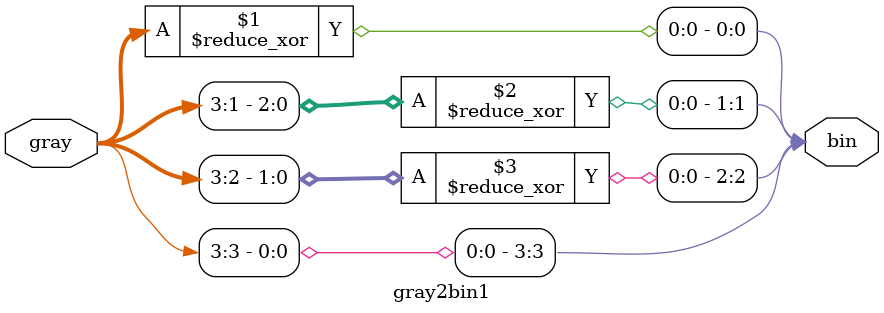
<source format=v>
module gray2bin1(
    bin, gray
    );
    parameter SIZE = 4; // this module is parameterizable
    output [SIZE-1:0] bin;
    input [SIZE-1:0] gray;
    genvar i;
    
    generate
        for(i=0; i<SIZE; i = i+1) begin :bit
            assign bin[i] = ^gray[SIZE-1:i]; // Using assignment in for loop especially
        end
    endgenerate
endmodule

</source>
